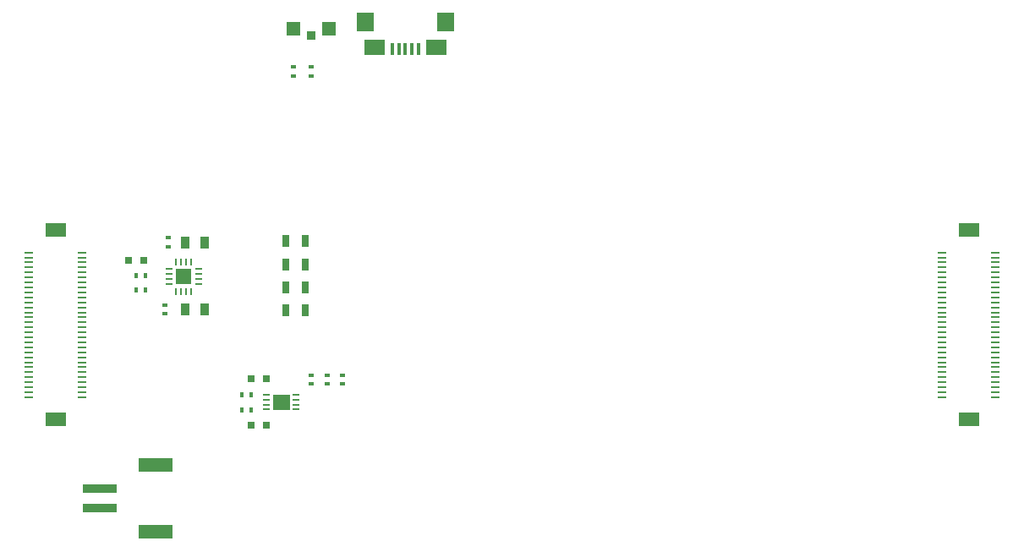
<source format=gtp>
G04 #@! TF.FileFunction,Paste,Top*
%FSLAX46Y46*%
G04 Gerber Fmt 4.6, Leading zero omitted, Abs format (unit mm)*
G04 Created by KiCad (PCBNEW (2015-04-19 BZR 5613)-product) date 8/2/2015 9:17:18 PM*
%MOMM*%
G01*
G04 APERTURE LIST*
%ADD10C,0.100000*%
%ADD11R,2.049200X1.349200*%
%ADD12R,0.949200X0.199200*%
%ADD13R,0.749200X0.699200*%
%ADD14R,0.949200X1.199200*%
%ADD15R,1.449200X1.449200*%
%ADD16R,0.849200X0.849200*%
%ADD17R,3.449200X0.949200*%
%ADD18R,3.349200X1.449200*%
%ADD19R,0.549200X0.349200*%
%ADD20R,0.349200X0.549200*%
%ADD21R,0.649200X1.249200*%
%ADD22O,0.229200X0.799200*%
%ADD23O,0.799200X0.229200*%
%ADD24R,1.649200X1.649200*%
%ADD25R,0.649200X0.249200*%
%ADD26R,1.699200X1.579200*%
%ADD27R,0.349200X1.299200*%
%ADD28R,1.749200X1.849200*%
%ADD29R,2.049200X1.549200*%
G04 APERTURE END LIST*
D10*
D11*
X93980000Y-117450000D03*
D12*
X91330000Y-100700000D03*
X91330000Y-101200000D03*
X91330000Y-101700000D03*
X91330000Y-102200000D03*
X91330000Y-102700000D03*
X91330000Y-103200000D03*
X91330000Y-103700000D03*
X91330000Y-104200000D03*
X91330000Y-104700000D03*
X91330000Y-105200000D03*
X91330000Y-105700000D03*
X91330000Y-106200000D03*
X91330000Y-106700000D03*
X91330000Y-107200000D03*
X91330000Y-107700000D03*
X91330000Y-108200000D03*
X91330000Y-108700000D03*
X91330000Y-109200000D03*
X91330000Y-109700000D03*
X91330000Y-110200000D03*
X91330000Y-110700000D03*
X91330000Y-111200000D03*
X91330000Y-111700000D03*
X91330000Y-112200000D03*
X91330000Y-112700000D03*
X91330000Y-113200000D03*
X91330000Y-113700000D03*
X91330000Y-114200000D03*
X91330000Y-114700000D03*
X91330000Y-115200000D03*
X96630000Y-100700000D03*
X96630000Y-101200000D03*
X96630000Y-101700000D03*
X96630000Y-102200000D03*
X96630000Y-102700000D03*
X96630000Y-103200000D03*
X96630000Y-103700000D03*
X96630000Y-104200000D03*
X96630000Y-104700000D03*
X96630000Y-105200000D03*
X96630000Y-105700000D03*
X96630000Y-106200000D03*
X96630000Y-106700000D03*
X96630000Y-107200000D03*
X96630000Y-107700000D03*
X96630000Y-108200000D03*
X96630000Y-108700000D03*
X96630000Y-109200000D03*
X96630000Y-109700000D03*
X96630000Y-110200000D03*
X96630000Y-110700000D03*
X96630000Y-111200000D03*
X96630000Y-111700000D03*
X96630000Y-112200000D03*
X96630000Y-112700000D03*
X96630000Y-113200000D03*
X96630000Y-113700000D03*
X96630000Y-114200000D03*
X96630000Y-114700000D03*
X96630000Y-115200000D03*
D11*
X93980000Y-98450000D03*
X185420000Y-117450000D03*
D12*
X182770000Y-100700000D03*
X182770000Y-101200000D03*
X182770000Y-101700000D03*
X182770000Y-102200000D03*
X182770000Y-102700000D03*
X182770000Y-103200000D03*
X182770000Y-103700000D03*
X182770000Y-104200000D03*
X182770000Y-104700000D03*
X182770000Y-105200000D03*
X182770000Y-105700000D03*
X182770000Y-106200000D03*
X182770000Y-106700000D03*
X182770000Y-107200000D03*
X182770000Y-107700000D03*
X182770000Y-108200000D03*
X182770000Y-108700000D03*
X182770000Y-109200000D03*
X182770000Y-109700000D03*
X182770000Y-110200000D03*
X182770000Y-110700000D03*
X182770000Y-111200000D03*
X182770000Y-111700000D03*
X182770000Y-112200000D03*
X182770000Y-112700000D03*
X182770000Y-113200000D03*
X182770000Y-113700000D03*
X182770000Y-114200000D03*
X182770000Y-114700000D03*
X182770000Y-115200000D03*
X188070000Y-100700000D03*
X188070000Y-101200000D03*
X188070000Y-101700000D03*
X188070000Y-102200000D03*
X188070000Y-102700000D03*
X188070000Y-103200000D03*
X188070000Y-103700000D03*
X188070000Y-104200000D03*
X188070000Y-104700000D03*
X188070000Y-105200000D03*
X188070000Y-105700000D03*
X188070000Y-106200000D03*
X188070000Y-106700000D03*
X188070000Y-107200000D03*
X188070000Y-107700000D03*
X188070000Y-108200000D03*
X188070000Y-108700000D03*
X188070000Y-109200000D03*
X188070000Y-109700000D03*
X188070000Y-110200000D03*
X188070000Y-110700000D03*
X188070000Y-111200000D03*
X188070000Y-111700000D03*
X188070000Y-112200000D03*
X188070000Y-112700000D03*
X188070000Y-113200000D03*
X188070000Y-113700000D03*
X188070000Y-114200000D03*
X188070000Y-114700000D03*
X188070000Y-115200000D03*
D11*
X185420000Y-98450000D03*
D13*
X102769100Y-101473000D03*
X101269100Y-101473000D03*
D14*
X106943650Y-106432350D03*
X108943650Y-106432350D03*
D13*
X113550000Y-113334800D03*
X115050000Y-113334800D03*
X113550000Y-118008400D03*
X115050000Y-118008400D03*
D14*
X106943650Y-99714050D03*
X108943650Y-99714050D03*
D15*
X121333200Y-78295500D03*
X117833200Y-78295500D03*
D16*
X119583200Y-78945500D03*
D17*
X98437600Y-124310900D03*
D18*
X103987600Y-121960900D03*
X103987600Y-128660900D03*
D17*
X98437600Y-126310900D03*
D19*
X104914700Y-106837900D03*
X104914700Y-105937900D03*
D20*
X112643500Y-114935000D03*
X113543500Y-114935000D03*
X102939000Y-104457500D03*
X102039000Y-104457500D03*
X112643500Y-116446300D03*
X113543500Y-116446300D03*
D21*
X118945700Y-101879400D03*
X117045700Y-101879400D03*
D19*
X117830600Y-83000000D03*
X117830600Y-82100000D03*
X119583200Y-83000000D03*
X119583200Y-82100000D03*
D21*
X118945700Y-99542600D03*
X117045700Y-99542600D03*
X118945700Y-104216200D03*
X117045700Y-104216200D03*
X118945700Y-106527600D03*
X117045700Y-106527600D03*
D22*
X106063350Y-104592650D03*
X106563350Y-104592650D03*
X107063350Y-104592650D03*
X107563350Y-104592650D03*
D23*
X108288350Y-103867650D03*
X108288350Y-103367650D03*
X108288350Y-102867650D03*
X108288350Y-102367650D03*
D22*
X107563350Y-101642650D03*
X107063350Y-101642650D03*
X106563350Y-101642650D03*
X106063350Y-101642650D03*
D23*
X105338350Y-102367650D03*
X105338350Y-102867650D03*
X105338350Y-103367650D03*
X105338350Y-103867650D03*
D24*
X106813350Y-103117650D03*
D25*
X115123300Y-114934300D03*
X115123300Y-115434300D03*
X115123300Y-115934300D03*
X115123300Y-116434300D03*
X118023300Y-114934300D03*
X118023300Y-115434300D03*
X118023300Y-115934300D03*
X118023300Y-116434300D03*
D26*
X116573300Y-115684300D03*
D27*
X127706600Y-80322800D03*
X128356600Y-80322800D03*
X129656600Y-80322800D03*
X130306600Y-80322800D03*
D28*
X125006600Y-77647800D03*
D29*
X125906600Y-80197800D03*
X132106600Y-80197800D03*
D28*
X133006600Y-77647800D03*
D27*
X129006600Y-80322800D03*
D19*
X105289350Y-100125950D03*
X105289350Y-99225950D03*
D20*
X102939000Y-103022400D03*
X102039000Y-103022400D03*
D19*
X122707400Y-112986400D03*
X122707400Y-113886400D03*
X119608600Y-112986400D03*
X119608600Y-113886400D03*
X121158000Y-112986400D03*
X121158000Y-113886400D03*
M02*

</source>
